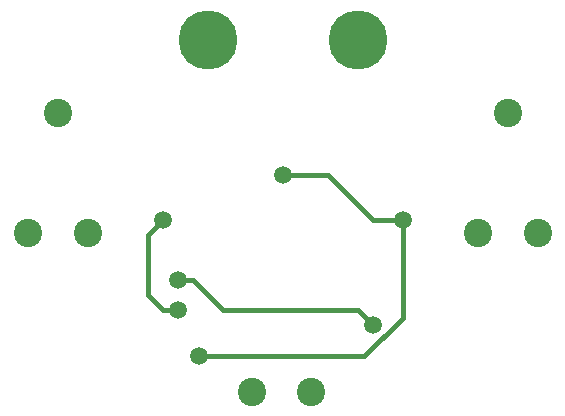
<source format=gbl>
G75*
%MOIN*%
%OFA0B0*%
%FSLAX24Y24*%
%IPPOS*%
%LPD*%
%AMOC8*
5,1,8,0,0,1.08239X$1,22.5*
%
%ADD10C,0.0945*%
%ADD11C,0.1969*%
%ADD12C,0.0591*%
%ADD13C,0.0160*%
D10*
X003150Y007826D03*
X005150Y007826D03*
X004150Y011826D03*
X010626Y002527D03*
X012595Y002527D03*
X018150Y007826D03*
X020150Y007826D03*
X019150Y011826D03*
D11*
X014150Y014271D03*
X009150Y014271D03*
D12*
X011650Y009771D03*
X015650Y008271D03*
X014650Y004771D03*
X008855Y003708D03*
X008150Y005271D03*
X008150Y006271D03*
X007650Y008271D03*
D13*
X007150Y005771D02*
X007650Y005271D01*
X008150Y005271D01*
X007150Y005771D02*
X007150Y007771D01*
X007650Y008271D01*
X008150Y006271D02*
X008650Y006271D01*
X009650Y005271D01*
X014150Y005271D01*
X014650Y004771D01*
X015650Y004991D02*
X014367Y003708D01*
X008855Y003708D01*
X014650Y008271D02*
X015650Y008271D01*
X015650Y004991D01*
X014650Y008271D02*
X013150Y009771D01*
X011650Y009771D01*
M02*

</source>
